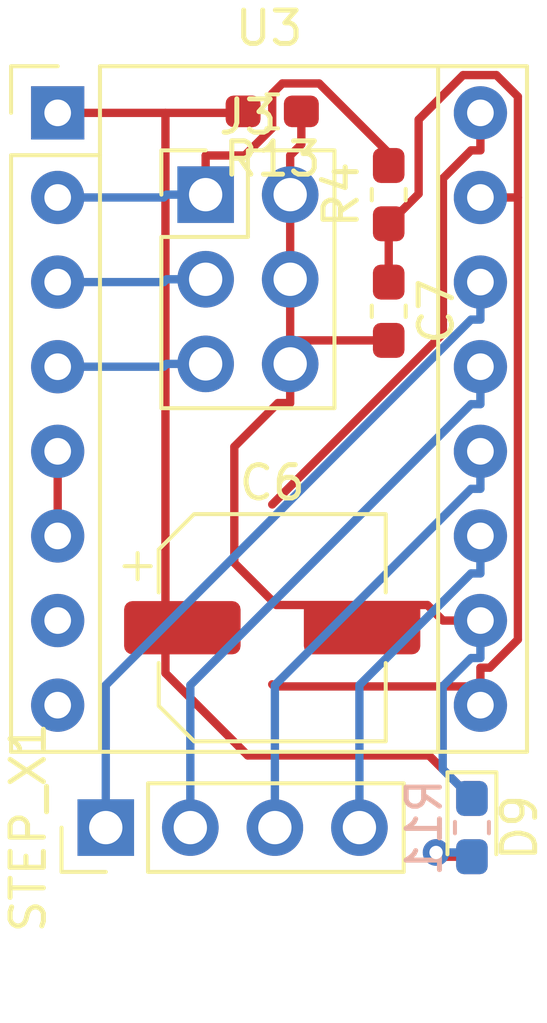
<source format=kicad_pcb>
(kicad_pcb (version 20171130) (host pcbnew 5.0.2-bee76a0~70~ubuntu18.04.1)

  (general
    (thickness 1.6)
    (drawings 0)
    (tracks 86)
    (zones 0)
    (modules 9)
    (nets 16)
  )

  (page A4)
  (layers
    (0 F.Cu signal)
    (31 B.Cu signal)
    (32 B.Adhes user)
    (33 F.Adhes user)
    (34 B.Paste user)
    (35 F.Paste user)
    (36 B.SilkS user)
    (37 F.SilkS user)
    (38 B.Mask user)
    (39 F.Mask user)
    (40 Dwgs.User user)
    (41 Cmts.User user)
    (42 Eco1.User user)
    (43 Eco2.User user)
    (44 Edge.Cuts user)
    (45 Margin user)
    (46 B.CrtYd user)
    (47 F.CrtYd user)
    (48 B.Fab user)
    (49 F.Fab user)
  )

  (setup
    (last_trace_width 0.25)
    (trace_clearance 0.2)
    (zone_clearance 0.508)
    (zone_45_only no)
    (trace_min 0.2)
    (segment_width 0.2)
    (edge_width 0.1)
    (via_size 0.8)
    (via_drill 0.4)
    (via_min_size 0.4)
    (via_min_drill 0.3)
    (uvia_size 0.3)
    (uvia_drill 0.1)
    (uvias_allowed no)
    (uvia_min_size 0.2)
    (uvia_min_drill 0.1)
    (pcb_text_width 0.3)
    (pcb_text_size 1.5 1.5)
    (mod_edge_width 0.15)
    (mod_text_size 1 1)
    (mod_text_width 0.15)
    (pad_size 1.5 1.5)
    (pad_drill 0.6)
    (pad_to_mask_clearance 0)
    (solder_mask_min_width 0.25)
    (aux_axis_origin 0 0)
    (visible_elements FFFFEF7F)
    (pcbplotparams
      (layerselection 0x010fc_ffffffff)
      (usegerberextensions false)
      (usegerberattributes false)
      (usegerberadvancedattributes false)
      (creategerberjobfile false)
      (excludeedgelayer true)
      (linewidth 0.100000)
      (plotframeref false)
      (viasonmask false)
      (mode 1)
      (useauxorigin false)
      (hpglpennumber 1)
      (hpglpenspeed 20)
      (hpglpendiameter 15.000000)
      (psnegative false)
      (psa4output false)
      (plotreference true)
      (plotvalue true)
      (plotinvisibletext false)
      (padsonsilk false)
      (subtractmaskfromsilk false)
      (outputformat 1)
      (mirror false)
      (drillshape 1)
      (scaleselection 1)
      (outputdirectory ""))
  )

  (net 0 "")
  (net 1 GND)
  (net 2 "Net-(J3-Pad1)")
  (net 3 "Net-(J3-Pad3)")
  (net 4 "Net-(J3-Pad5)")
  (net 5 "Net-(U3-Pad5)")
  (net 6 +12V)
  (net 7 +3V3_STM32)
  (net 8 "Net-(D9-Pad2)")
  (net 9 /~X_EN~)
  (net 10 /X_STEP)
  (net 11 /X_DIR)
  (net 12 "Net-(STEP_X1-Pad4)")
  (net 13 "Net-(STEP_X1-Pad3)")
  (net 14 "Net-(STEP_X1-Pad2)")
  (net 15 "Net-(STEP_X1-Pad1)")

  (net_class Default "This is the default net class."
    (clearance 0.2)
    (trace_width 0.25)
    (via_dia 0.8)
    (via_drill 0.4)
    (uvia_dia 0.3)
    (uvia_drill 0.1)
    (add_net +12V)
    (add_net +3V3_STM32)
    (add_net /X_DIR)
    (add_net /X_STEP)
    (add_net /~X_EN~)
    (add_net GND)
    (add_net "Net-(D9-Pad2)")
    (add_net "Net-(J3-Pad1)")
    (add_net "Net-(J3-Pad3)")
    (add_net "Net-(J3-Pad5)")
    (add_net "Net-(STEP_X1-Pad1)")
    (add_net "Net-(STEP_X1-Pad2)")
    (add_net "Net-(STEP_X1-Pad3)")
    (add_net "Net-(STEP_X1-Pad4)")
    (add_net "Net-(U3-Pad5)")
  )

  (module Connector_PinHeader_2.54mm:PinHeader_1x04_P2.54mm_Vertical (layer F.Cu) (tedit 59FED5CC) (tstamp 5CC5477B)
    (at 78 68 90)
    (descr "Through hole straight pin header, 1x04, 2.54mm pitch, single row")
    (tags "Through hole pin header THT 1x04 2.54mm single row")
    (path /5CC04D01)
    (fp_text reference STEP_X1 (at 0 -2.33 90) (layer F.SilkS)
      (effects (font (size 1 1) (thickness 0.15)))
    )
    (fp_text value X (at 0 9.95 90) (layer F.Fab)
      (effects (font (size 1 1) (thickness 0.15)))
    )
    (fp_line (start -0.635 -1.27) (end 1.27 -1.27) (layer F.Fab) (width 0.1))
    (fp_line (start 1.27 -1.27) (end 1.27 8.89) (layer F.Fab) (width 0.1))
    (fp_line (start 1.27 8.89) (end -1.27 8.89) (layer F.Fab) (width 0.1))
    (fp_line (start -1.27 8.89) (end -1.27 -0.635) (layer F.Fab) (width 0.1))
    (fp_line (start -1.27 -0.635) (end -0.635 -1.27) (layer F.Fab) (width 0.1))
    (fp_line (start -1.33 8.95) (end 1.33 8.95) (layer F.SilkS) (width 0.12))
    (fp_line (start -1.33 1.27) (end -1.33 8.95) (layer F.SilkS) (width 0.12))
    (fp_line (start 1.33 1.27) (end 1.33 8.95) (layer F.SilkS) (width 0.12))
    (fp_line (start -1.33 1.27) (end 1.33 1.27) (layer F.SilkS) (width 0.12))
    (fp_line (start -1.33 0) (end -1.33 -1.33) (layer F.SilkS) (width 0.12))
    (fp_line (start -1.33 -1.33) (end 0 -1.33) (layer F.SilkS) (width 0.12))
    (fp_line (start -1.8 -1.8) (end -1.8 9.4) (layer F.CrtYd) (width 0.05))
    (fp_line (start -1.8 9.4) (end 1.8 9.4) (layer F.CrtYd) (width 0.05))
    (fp_line (start 1.8 9.4) (end 1.8 -1.8) (layer F.CrtYd) (width 0.05))
    (fp_line (start 1.8 -1.8) (end -1.8 -1.8) (layer F.CrtYd) (width 0.05))
    (fp_text user %R (at 0 3.81 180) (layer F.Fab)
      (effects (font (size 1 1) (thickness 0.15)))
    )
    (pad 1 thru_hole rect (at 0 0 90) (size 1.7 1.7) (drill 1) (layers *.Cu *.Mask)
      (net 15 "Net-(STEP_X1-Pad1)"))
    (pad 2 thru_hole oval (at 0 2.54 90) (size 1.7 1.7) (drill 1) (layers *.Cu *.Mask)
      (net 14 "Net-(STEP_X1-Pad2)"))
    (pad 3 thru_hole oval (at 0 5.08 90) (size 1.7 1.7) (drill 1) (layers *.Cu *.Mask)
      (net 13 "Net-(STEP_X1-Pad3)"))
    (pad 4 thru_hole oval (at 0 7.62 90) (size 1.7 1.7) (drill 1) (layers *.Cu *.Mask)
      (net 12 "Net-(STEP_X1-Pad4)"))
    (model ${KISYS3DMOD}/Connector_PinHeader_2.54mm.3dshapes/PinHeader_1x04_P2.54mm_Vertical.wrl
      (at (xyz 0 0 0))
      (scale (xyz 1 1 1))
      (rotate (xyz 0 0 0))
    )
  )

  (module Capacitor_SMD:C_0603_1608Metric_Pad1.05x0.95mm_HandSolder (layer F.Cu) (tedit 5B301BBE) (tstamp 5CC4A9F1)
    (at 86.5 52.5 270)
    (descr "Capacitor SMD 0603 (1608 Metric), square (rectangular) end terminal, IPC_7351 nominal with elongated pad for handsoldering. (Body size source: http://www.tortai-tech.com/upload/download/2011102023233369053.pdf), generated with kicad-footprint-generator")
    (tags "capacitor handsolder")
    (path /5CC40BEE)
    (attr smd)
    (fp_text reference C7 (at 0 -1.43 270) (layer F.SilkS)
      (effects (font (size 1 1) (thickness 0.15)))
    )
    (fp_text value C104,0603 (at 0 1.43 270) (layer F.Fab)
      (effects (font (size 1 1) (thickness 0.15)))
    )
    (fp_line (start -0.8 0.4) (end -0.8 -0.4) (layer F.Fab) (width 0.1))
    (fp_line (start -0.8 -0.4) (end 0.8 -0.4) (layer F.Fab) (width 0.1))
    (fp_line (start 0.8 -0.4) (end 0.8 0.4) (layer F.Fab) (width 0.1))
    (fp_line (start 0.8 0.4) (end -0.8 0.4) (layer F.Fab) (width 0.1))
    (fp_line (start -0.171267 -0.51) (end 0.171267 -0.51) (layer F.SilkS) (width 0.12))
    (fp_line (start -0.171267 0.51) (end 0.171267 0.51) (layer F.SilkS) (width 0.12))
    (fp_line (start -1.65 0.73) (end -1.65 -0.73) (layer F.CrtYd) (width 0.05))
    (fp_line (start -1.65 -0.73) (end 1.65 -0.73) (layer F.CrtYd) (width 0.05))
    (fp_line (start 1.65 -0.73) (end 1.65 0.73) (layer F.CrtYd) (width 0.05))
    (fp_line (start 1.65 0.73) (end -1.65 0.73) (layer F.CrtYd) (width 0.05))
    (fp_text user %R (at 0 0 270) (layer F.Fab)
      (effects (font (size 0.4 0.4) (thickness 0.06)))
    )
    (pad 1 smd roundrect (at -0.875 0 270) (size 1.05 0.95) (layers F.Cu F.Paste F.Mask) (roundrect_rratio 0.25)
      (net 1 GND))
    (pad 2 smd roundrect (at 0.875 0 270) (size 1.05 0.95) (layers F.Cu F.Paste F.Mask) (roundrect_rratio 0.25)
      (net 7 +3V3_STM32))
    (model ${KISYS3DMOD}/Capacitor_SMD.3dshapes/C_0603_1608Metric.wrl
      (at (xyz 0 0 0))
      (scale (xyz 1 1 1))
      (rotate (xyz 0 0 0))
    )
  )

  (module LED_SMD:LED_0603_1608Metric_Pad1.05x0.95mm_HandSolder (layer F.Cu) (tedit 5B4B45C9) (tstamp 5CC4A9A3)
    (at 89 68 270)
    (descr "LED SMD 0603 (1608 Metric), square (rectangular) end terminal, IPC_7351 nominal, (Body size source: http://www.tortai-tech.com/upload/download/2011102023233369053.pdf), generated with kicad-footprint-generator")
    (tags "LED handsolder")
    (path /5CC5E2E3)
    (attr smd)
    (fp_text reference D9 (at 0 -1.43 270) (layer F.SilkS)
      (effects (font (size 1 1) (thickness 0.15)))
    )
    (fp_text value LED_BLUE,0603 (at 0 1.43 270) (layer F.Fab)
      (effects (font (size 1 1) (thickness 0.15)))
    )
    (fp_line (start 0.8 -0.4) (end -0.5 -0.4) (layer F.Fab) (width 0.1))
    (fp_line (start -0.5 -0.4) (end -0.8 -0.1) (layer F.Fab) (width 0.1))
    (fp_line (start -0.8 -0.1) (end -0.8 0.4) (layer F.Fab) (width 0.1))
    (fp_line (start -0.8 0.4) (end 0.8 0.4) (layer F.Fab) (width 0.1))
    (fp_line (start 0.8 0.4) (end 0.8 -0.4) (layer F.Fab) (width 0.1))
    (fp_line (start 0.8 -0.735) (end -1.66 -0.735) (layer F.SilkS) (width 0.12))
    (fp_line (start -1.66 -0.735) (end -1.66 0.735) (layer F.SilkS) (width 0.12))
    (fp_line (start -1.66 0.735) (end 0.8 0.735) (layer F.SilkS) (width 0.12))
    (fp_line (start -1.65 0.73) (end -1.65 -0.73) (layer F.CrtYd) (width 0.05))
    (fp_line (start -1.65 -0.73) (end 1.65 -0.73) (layer F.CrtYd) (width 0.05))
    (fp_line (start 1.65 -0.73) (end 1.65 0.73) (layer F.CrtYd) (width 0.05))
    (fp_line (start 1.65 0.73) (end -1.65 0.73) (layer F.CrtYd) (width 0.05))
    (fp_text user %R (at 0 0 270) (layer F.Fab)
      (effects (font (size 0.4 0.4) (thickness 0.06)))
    )
    (pad 1 smd roundrect (at -0.875 0 270) (size 1.05 0.95) (layers F.Cu F.Paste F.Mask) (roundrect_rratio 0.25)
      (net 9 /~X_EN~))
    (pad 2 smd roundrect (at 0.875 0 270) (size 1.05 0.95) (layers F.Cu F.Paste F.Mask) (roundrect_rratio 0.25)
      (net 8 "Net-(D9-Pad2)"))
    (model ${KISYS3DMOD}/LED_SMD.3dshapes/LED_0603_1608Metric.wrl
      (at (xyz 0 0 0))
      (scale (xyz 1 1 1))
      (rotate (xyz 0 0 0))
    )
  )

  (module Resistor_SMD:R_0603_1608Metric_Pad1.05x0.95mm_HandSolder (layer F.Cu) (tedit 5B301BBD) (tstamp 5CC4A942)
    (at 83 46.5 180)
    (descr "Resistor SMD 0603 (1608 Metric), square (rectangular) end terminal, IPC_7351 nominal with elongated pad for handsoldering. (Body size source: http://www.tortai-tech.com/upload/download/2011102023233369053.pdf), generated with kicad-footprint-generator")
    (tags "resistor handsolder")
    (path /5CC5E2CE)
    (attr smd)
    (fp_text reference R13 (at 0 -1.43 180) (layer F.SilkS)
      (effects (font (size 1 1) (thickness 0.15)))
    )
    (fp_text value R103,0603 (at 0 1.43 180) (layer F.Fab)
      (effects (font (size 1 1) (thickness 0.15)))
    )
    (fp_text user %R (at 0 0 180) (layer F.Fab)
      (effects (font (size 0.4 0.4) (thickness 0.06)))
    )
    (fp_line (start 1.65 0.73) (end -1.65 0.73) (layer F.CrtYd) (width 0.05))
    (fp_line (start 1.65 -0.73) (end 1.65 0.73) (layer F.CrtYd) (width 0.05))
    (fp_line (start -1.65 -0.73) (end 1.65 -0.73) (layer F.CrtYd) (width 0.05))
    (fp_line (start -1.65 0.73) (end -1.65 -0.73) (layer F.CrtYd) (width 0.05))
    (fp_line (start -0.171267 0.51) (end 0.171267 0.51) (layer F.SilkS) (width 0.12))
    (fp_line (start -0.171267 -0.51) (end 0.171267 -0.51) (layer F.SilkS) (width 0.12))
    (fp_line (start 0.8 0.4) (end -0.8 0.4) (layer F.Fab) (width 0.1))
    (fp_line (start 0.8 -0.4) (end 0.8 0.4) (layer F.Fab) (width 0.1))
    (fp_line (start -0.8 -0.4) (end 0.8 -0.4) (layer F.Fab) (width 0.1))
    (fp_line (start -0.8 0.4) (end -0.8 -0.4) (layer F.Fab) (width 0.1))
    (pad 2 smd roundrect (at 0.875 0 180) (size 1.05 0.95) (layers F.Cu F.Paste F.Mask) (roundrect_rratio 0.25)
      (net 9 /~X_EN~))
    (pad 1 smd roundrect (at -0.875 0 180) (size 1.05 0.95) (layers F.Cu F.Paste F.Mask) (roundrect_rratio 0.25)
      (net 7 +3V3_STM32))
    (model ${KISYS3DMOD}/Resistor_SMD.3dshapes/R_0603_1608Metric.wrl
      (at (xyz 0 0 0))
      (scale (xyz 1 1 1))
      (rotate (xyz 0 0 0))
    )
  )

  (module Resistor_SMD:R_0603_1608Metric_Pad1.05x0.95mm_HandSolder (layer B.Cu) (tedit 5B301BBD) (tstamp 5CC4A931)
    (at 89 68 270)
    (descr "Resistor SMD 0603 (1608 Metric), square (rectangular) end terminal, IPC_7351 nominal with elongated pad for handsoldering. (Body size source: http://www.tortai-tech.com/upload/download/2011102023233369053.pdf), generated with kicad-footprint-generator")
    (tags "resistor handsolder")
    (path /5CC5E2DC)
    (attr smd)
    (fp_text reference R11 (at 0 1.43 270) (layer B.SilkS)
      (effects (font (size 1 1) (thickness 0.15)) (justify mirror))
    )
    (fp_text value R102,0603 (at 0 -1.43 270) (layer B.Fab)
      (effects (font (size 1 1) (thickness 0.15)) (justify mirror))
    )
    (fp_line (start -0.8 -0.4) (end -0.8 0.4) (layer B.Fab) (width 0.1))
    (fp_line (start -0.8 0.4) (end 0.8 0.4) (layer B.Fab) (width 0.1))
    (fp_line (start 0.8 0.4) (end 0.8 -0.4) (layer B.Fab) (width 0.1))
    (fp_line (start 0.8 -0.4) (end -0.8 -0.4) (layer B.Fab) (width 0.1))
    (fp_line (start -0.171267 0.51) (end 0.171267 0.51) (layer B.SilkS) (width 0.12))
    (fp_line (start -0.171267 -0.51) (end 0.171267 -0.51) (layer B.SilkS) (width 0.12))
    (fp_line (start -1.65 -0.73) (end -1.65 0.73) (layer B.CrtYd) (width 0.05))
    (fp_line (start -1.65 0.73) (end 1.65 0.73) (layer B.CrtYd) (width 0.05))
    (fp_line (start 1.65 0.73) (end 1.65 -0.73) (layer B.CrtYd) (width 0.05))
    (fp_line (start 1.65 -0.73) (end -1.65 -0.73) (layer B.CrtYd) (width 0.05))
    (fp_text user %R (at 0 0 270) (layer B.Fab)
      (effects (font (size 0.4 0.4) (thickness 0.06)) (justify mirror))
    )
    (pad 1 smd roundrect (at -0.875 0 270) (size 1.05 0.95) (layers B.Cu B.Paste B.Mask) (roundrect_rratio 0.25)
      (net 7 +3V3_STM32))
    (pad 2 smd roundrect (at 0.875 0 270) (size 1.05 0.95) (layers B.Cu B.Paste B.Mask) (roundrect_rratio 0.25)
      (net 8 "Net-(D9-Pad2)"))
    (model ${KISYS3DMOD}/Resistor_SMD.3dshapes/R_0603_1608Metric.wrl
      (at (xyz 0 0 0))
      (scale (xyz 1 1 1))
      (rotate (xyz 0 0 0))
    )
  )

  (module Capacitor_SMD:CP_Elec_6.3x7.7 (layer F.Cu) (tedit 5BCA39D0) (tstamp 5CC1CD76)
    (at 83 62)
    (descr "SMD capacitor, aluminum electrolytic, Nichicon, 6.3x7.7mm")
    (tags "capacitor electrolytic")
    (path /5CC04D39)
    (attr smd)
    (fp_text reference C6 (at 0 -4.35) (layer F.SilkS)
      (effects (font (size 1 1) (thickness 0.15)))
    )
    (fp_text value CP100uf,25V (at 0 4.35) (layer F.Fab)
      (effects (font (size 1 1) (thickness 0.15)))
    )
    (fp_circle (center 0 0) (end 3.15 0) (layer F.Fab) (width 0.1))
    (fp_line (start 3.3 -3.3) (end 3.3 3.3) (layer F.Fab) (width 0.1))
    (fp_line (start -2.3 -3.3) (end 3.3 -3.3) (layer F.Fab) (width 0.1))
    (fp_line (start -2.3 3.3) (end 3.3 3.3) (layer F.Fab) (width 0.1))
    (fp_line (start -3.3 -2.3) (end -3.3 2.3) (layer F.Fab) (width 0.1))
    (fp_line (start -3.3 -2.3) (end -2.3 -3.3) (layer F.Fab) (width 0.1))
    (fp_line (start -3.3 2.3) (end -2.3 3.3) (layer F.Fab) (width 0.1))
    (fp_line (start -2.704838 -1.33) (end -2.074838 -1.33) (layer F.Fab) (width 0.1))
    (fp_line (start -2.389838 -1.645) (end -2.389838 -1.015) (layer F.Fab) (width 0.1))
    (fp_line (start 3.41 3.41) (end 3.41 1.06) (layer F.SilkS) (width 0.12))
    (fp_line (start 3.41 -3.41) (end 3.41 -1.06) (layer F.SilkS) (width 0.12))
    (fp_line (start -2.345563 -3.41) (end 3.41 -3.41) (layer F.SilkS) (width 0.12))
    (fp_line (start -2.345563 3.41) (end 3.41 3.41) (layer F.SilkS) (width 0.12))
    (fp_line (start -3.41 2.345563) (end -3.41 1.06) (layer F.SilkS) (width 0.12))
    (fp_line (start -3.41 -2.345563) (end -3.41 -1.06) (layer F.SilkS) (width 0.12))
    (fp_line (start -3.41 -2.345563) (end -2.345563 -3.41) (layer F.SilkS) (width 0.12))
    (fp_line (start -3.41 2.345563) (end -2.345563 3.41) (layer F.SilkS) (width 0.12))
    (fp_line (start -4.4375 -1.8475) (end -3.65 -1.8475) (layer F.SilkS) (width 0.12))
    (fp_line (start -4.04375 -2.24125) (end -4.04375 -1.45375) (layer F.SilkS) (width 0.12))
    (fp_line (start 3.55 -3.55) (end 3.55 -1.05) (layer F.CrtYd) (width 0.05))
    (fp_line (start 3.55 -1.05) (end 4.7 -1.05) (layer F.CrtYd) (width 0.05))
    (fp_line (start 4.7 -1.05) (end 4.7 1.05) (layer F.CrtYd) (width 0.05))
    (fp_line (start 4.7 1.05) (end 3.55 1.05) (layer F.CrtYd) (width 0.05))
    (fp_line (start 3.55 1.05) (end 3.55 3.55) (layer F.CrtYd) (width 0.05))
    (fp_line (start -2.4 3.55) (end 3.55 3.55) (layer F.CrtYd) (width 0.05))
    (fp_line (start -2.4 -3.55) (end 3.55 -3.55) (layer F.CrtYd) (width 0.05))
    (fp_line (start -3.55 2.4) (end -2.4 3.55) (layer F.CrtYd) (width 0.05))
    (fp_line (start -3.55 -2.4) (end -2.4 -3.55) (layer F.CrtYd) (width 0.05))
    (fp_line (start -3.55 -2.4) (end -3.55 -1.05) (layer F.CrtYd) (width 0.05))
    (fp_line (start -3.55 1.05) (end -3.55 2.4) (layer F.CrtYd) (width 0.05))
    (fp_line (start -3.55 -1.05) (end -4.7 -1.05) (layer F.CrtYd) (width 0.05))
    (fp_line (start -4.7 -1.05) (end -4.7 1.05) (layer F.CrtYd) (width 0.05))
    (fp_line (start -4.7 1.05) (end -3.55 1.05) (layer F.CrtYd) (width 0.05))
    (fp_text user %R (at 0 0) (layer F.Fab)
      (effects (font (size 1 1) (thickness 0.15)))
    )
    (pad 1 smd roundrect (at -2.7 0) (size 3.5 1.6) (layers F.Cu F.Paste F.Mask) (roundrect_rratio 0.15625)
      (net 6 +12V))
    (pad 2 smd roundrect (at 2.7 0) (size 3.5 1.6) (layers F.Cu F.Paste F.Mask) (roundrect_rratio 0.15625)
      (net 1 GND))
    (model ${KISYS3DMOD}/Capacitor_SMD.3dshapes/CP_Elec_6.3x7.7.wrl
      (at (xyz 0 0 0))
      (scale (xyz 1 1 1))
      (rotate (xyz 0 0 0))
    )
  )

  (module Connector_PinHeader_2.54mm:PinHeader_2x03_P2.54mm_Vertical (layer F.Cu) (tedit 59FED5CC) (tstamp 5CC56029)
    (at 81 49)
    (descr "Through hole straight pin header, 2x03, 2.54mm pitch, double rows")
    (tags "Through hole pin header THT 2x03 2.54mm double row")
    (path /5CC04CD8)
    (fp_text reference J3 (at 1.27 -2.33) (layer F.SilkS)
      (effects (font (size 1 1) (thickness 0.15)))
    )
    (fp_text value MS_SELECT (at 1.27 7.41) (layer F.Fab)
      (effects (font (size 1 1) (thickness 0.15)))
    )
    (fp_line (start 0 -1.27) (end 3.81 -1.27) (layer F.Fab) (width 0.1))
    (fp_line (start 3.81 -1.27) (end 3.81 6.35) (layer F.Fab) (width 0.1))
    (fp_line (start 3.81 6.35) (end -1.27 6.35) (layer F.Fab) (width 0.1))
    (fp_line (start -1.27 6.35) (end -1.27 0) (layer F.Fab) (width 0.1))
    (fp_line (start -1.27 0) (end 0 -1.27) (layer F.Fab) (width 0.1))
    (fp_line (start -1.33 6.41) (end 3.87 6.41) (layer F.SilkS) (width 0.12))
    (fp_line (start -1.33 1.27) (end -1.33 6.41) (layer F.SilkS) (width 0.12))
    (fp_line (start 3.87 -1.33) (end 3.87 6.41) (layer F.SilkS) (width 0.12))
    (fp_line (start -1.33 1.27) (end 1.27 1.27) (layer F.SilkS) (width 0.12))
    (fp_line (start 1.27 1.27) (end 1.27 -1.33) (layer F.SilkS) (width 0.12))
    (fp_line (start 1.27 -1.33) (end 3.87 -1.33) (layer F.SilkS) (width 0.12))
    (fp_line (start -1.33 0) (end -1.33 -1.33) (layer F.SilkS) (width 0.12))
    (fp_line (start -1.33 -1.33) (end 0 -1.33) (layer F.SilkS) (width 0.12))
    (fp_line (start -1.8 -1.8) (end -1.8 6.85) (layer F.CrtYd) (width 0.05))
    (fp_line (start -1.8 6.85) (end 4.35 6.85) (layer F.CrtYd) (width 0.05))
    (fp_line (start 4.35 6.85) (end 4.35 -1.8) (layer F.CrtYd) (width 0.05))
    (fp_line (start 4.35 -1.8) (end -1.8 -1.8) (layer F.CrtYd) (width 0.05))
    (fp_text user %R (at 1.27 2.54 90) (layer F.Fab)
      (effects (font (size 1 1) (thickness 0.15)))
    )
    (pad 1 thru_hole rect (at 0 0) (size 1.7 1.7) (drill 1) (layers *.Cu *.Mask)
      (net 2 "Net-(J3-Pad1)"))
    (pad 2 thru_hole oval (at 2.54 0) (size 1.7 1.7) (drill 1) (layers *.Cu *.Mask)
      (net 7 +3V3_STM32))
    (pad 3 thru_hole oval (at 0 2.54) (size 1.7 1.7) (drill 1) (layers *.Cu *.Mask)
      (net 3 "Net-(J3-Pad3)"))
    (pad 4 thru_hole oval (at 2.54 2.54) (size 1.7 1.7) (drill 1) (layers *.Cu *.Mask)
      (net 7 +3V3_STM32))
    (pad 5 thru_hole oval (at 0 5.08) (size 1.7 1.7) (drill 1) (layers *.Cu *.Mask)
      (net 4 "Net-(J3-Pad5)"))
    (pad 6 thru_hole oval (at 2.54 5.08) (size 1.7 1.7) (drill 1) (layers *.Cu *.Mask)
      (net 7 +3V3_STM32))
    (model ${KISYS3DMOD}/Connector_PinHeader_2.54mm.3dshapes/PinHeader_2x03_P2.54mm_Vertical.wrl
      (at (xyz 0 0 0))
      (scale (xyz 1 1 1))
      (rotate (xyz 0 0 0))
    )
  )

  (module Module:Pololu_Breakout-16_15.2x20.3mm (layer F.Cu) (tedit 58AB602C) (tstamp 5CC1CD1A)
    (at 76.555 46.545)
    (descr "Pololu Breakout 16-pin 15.2x20.3mm 0.6x0.8\\")
    (tags "Pololu Breakout")
    (path /5CC04CC1)
    (fp_text reference U3 (at 6.35 -2.54) (layer F.SilkS)
      (effects (font (size 1 1) (thickness 0.15)))
    )
    (fp_text value A4988_MODULE (at 6.35 20.17) (layer F.Fab)
      (effects (font (size 1 1) (thickness 0.15)))
    )
    (fp_text user %R (at 6.35 0) (layer F.Fab)
      (effects (font (size 1 1) (thickness 0.15)))
    )
    (fp_line (start 11.43 -1.4) (end 11.43 19.18) (layer F.SilkS) (width 0.12))
    (fp_line (start 1.27 1.27) (end 1.27 19.18) (layer F.SilkS) (width 0.12))
    (fp_line (start 0 -1.4) (end -1.4 -1.4) (layer F.SilkS) (width 0.12))
    (fp_line (start -1.4 -1.4) (end -1.4 0) (layer F.SilkS) (width 0.12))
    (fp_line (start 1.27 -1.4) (end 1.27 1.27) (layer F.SilkS) (width 0.12))
    (fp_line (start 1.27 1.27) (end -1.4 1.27) (layer F.SilkS) (width 0.12))
    (fp_line (start -1.4 1.27) (end -1.4 19.18) (layer F.SilkS) (width 0.12))
    (fp_line (start -1.4 19.18) (end 14.1 19.18) (layer F.SilkS) (width 0.12))
    (fp_line (start 14.1 19.18) (end 14.1 -1.4) (layer F.SilkS) (width 0.12))
    (fp_line (start 14.1 -1.4) (end 1.27 -1.4) (layer F.SilkS) (width 0.12))
    (fp_line (start -1.27 0) (end 0 -1.27) (layer F.Fab) (width 0.1))
    (fp_line (start 0 -1.27) (end 13.97 -1.27) (layer F.Fab) (width 0.1))
    (fp_line (start 13.97 -1.27) (end 13.97 19.05) (layer F.Fab) (width 0.1))
    (fp_line (start 13.97 19.05) (end -1.27 19.05) (layer F.Fab) (width 0.1))
    (fp_line (start -1.27 19.05) (end -1.27 0) (layer F.Fab) (width 0.1))
    (fp_line (start -1.53 -1.52) (end 14.21 -1.52) (layer F.CrtYd) (width 0.05))
    (fp_line (start -1.53 -1.52) (end -1.53 19.3) (layer F.CrtYd) (width 0.05))
    (fp_line (start 14.21 19.3) (end 14.21 -1.52) (layer F.CrtYd) (width 0.05))
    (fp_line (start 14.21 19.3) (end -1.53 19.3) (layer F.CrtYd) (width 0.05))
    (pad 1 thru_hole rect (at 0 0) (size 1.6 1.6) (drill 0.8) (layers *.Cu *.Mask)
      (net 9 /~X_EN~))
    (pad 9 thru_hole oval (at 12.7 17.78) (size 1.6 1.6) (drill 0.8) (layers *.Cu *.Mask)
      (net 1 GND))
    (pad 2 thru_hole oval (at 0 2.54) (size 1.6 1.6) (drill 0.8) (layers *.Cu *.Mask)
      (net 2 "Net-(J3-Pad1)"))
    (pad 10 thru_hole oval (at 12.7 15.24) (size 1.6 1.6) (drill 0.8) (layers *.Cu *.Mask)
      (net 7 +3V3_STM32))
    (pad 3 thru_hole oval (at 0 5.08) (size 1.6 1.6) (drill 0.8) (layers *.Cu *.Mask)
      (net 3 "Net-(J3-Pad3)"))
    (pad 11 thru_hole oval (at 12.7 12.7) (size 1.6 1.6) (drill 0.8) (layers *.Cu *.Mask)
      (net 12 "Net-(STEP_X1-Pad4)"))
    (pad 4 thru_hole oval (at 0 7.62) (size 1.6 1.6) (drill 0.8) (layers *.Cu *.Mask)
      (net 4 "Net-(J3-Pad5)"))
    (pad 12 thru_hole oval (at 12.7 10.16) (size 1.6 1.6) (drill 0.8) (layers *.Cu *.Mask)
      (net 13 "Net-(STEP_X1-Pad3)"))
    (pad 5 thru_hole oval (at 0 10.16) (size 1.6 1.6) (drill 0.8) (layers *.Cu *.Mask)
      (net 5 "Net-(U3-Pad5)"))
    (pad 13 thru_hole oval (at 12.7 7.62) (size 1.6 1.6) (drill 0.8) (layers *.Cu *.Mask)
      (net 14 "Net-(STEP_X1-Pad2)"))
    (pad 6 thru_hole oval (at 0 12.7) (size 1.6 1.6) (drill 0.8) (layers *.Cu *.Mask)
      (net 5 "Net-(U3-Pad5)"))
    (pad 14 thru_hole oval (at 12.7 5.08) (size 1.6 1.6) (drill 0.8) (layers *.Cu *.Mask)
      (net 15 "Net-(STEP_X1-Pad1)"))
    (pad 7 thru_hole oval (at 0 15.24) (size 1.6 1.6) (drill 0.8) (layers *.Cu *.Mask)
      (net 10 /X_STEP))
    (pad 15 thru_hole oval (at 12.7 2.54) (size 1.6 1.6) (drill 0.8) (layers *.Cu *.Mask)
      (net 1 GND))
    (pad 8 thru_hole oval (at 0 17.78) (size 1.6 1.6) (drill 0.8) (layers *.Cu *.Mask)
      (net 11 /X_DIR))
    (pad 16 thru_hole oval (at 12.7 0) (size 1.6 1.6) (drill 0.8) (layers *.Cu *.Mask)
      (net 6 +12V))
    (model ${KISYS3DMOD}/Module.3dshapes/Pololu_Breakout-16_15.2x20.3mm.wrl
      (at (xyz 0 0 0))
      (scale (xyz 1 1 1))
      (rotate (xyz 0 0 0))
    )
  )

  (module Resistor_SMD:R_0603_1608Metric_Pad1.05x0.95mm_HandSolder (layer F.Cu) (tedit 5B301BBD) (tstamp 5CC1CCE1)
    (at 86.5 49 90)
    (descr "Resistor SMD 0603 (1608 Metric), square (rectangular) end terminal, IPC_7351 nominal with elongated pad for handsoldering. (Body size source: http://www.tortai-tech.com/upload/download/2011102023233369053.pdf), generated with kicad-footprint-generator")
    (tags "resistor handsolder")
    (path /5CC02DA4)
    (attr smd)
    (fp_text reference R4 (at 0 -1.43 90) (layer F.SilkS)
      (effects (font (size 1 1) (thickness 0.15)))
    )
    (fp_text value R104,0603 (at 0 1.43 90) (layer F.Fab)
      (effects (font (size 1 1) (thickness 0.15)))
    )
    (fp_line (start -0.8 0.4) (end -0.8 -0.4) (layer F.Fab) (width 0.1))
    (fp_line (start -0.8 -0.4) (end 0.8 -0.4) (layer F.Fab) (width 0.1))
    (fp_line (start 0.8 -0.4) (end 0.8 0.4) (layer F.Fab) (width 0.1))
    (fp_line (start 0.8 0.4) (end -0.8 0.4) (layer F.Fab) (width 0.1))
    (fp_line (start -0.171267 -0.51) (end 0.171267 -0.51) (layer F.SilkS) (width 0.12))
    (fp_line (start -0.171267 0.51) (end 0.171267 0.51) (layer F.SilkS) (width 0.12))
    (fp_line (start -1.65 0.73) (end -1.65 -0.73) (layer F.CrtYd) (width 0.05))
    (fp_line (start -1.65 -0.73) (end 1.65 -0.73) (layer F.CrtYd) (width 0.05))
    (fp_line (start 1.65 -0.73) (end 1.65 0.73) (layer F.CrtYd) (width 0.05))
    (fp_line (start 1.65 0.73) (end -1.65 0.73) (layer F.CrtYd) (width 0.05))
    (fp_text user %R (at 0 0 90) (layer F.Fab)
      (effects (font (size 0.4 0.4) (thickness 0.06)))
    )
    (pad 1 smd roundrect (at -0.875 0 90) (size 1.05 0.95) (layers F.Cu F.Paste F.Mask) (roundrect_rratio 0.25)
      (net 1 GND))
    (pad 2 smd roundrect (at 0.875 0 90) (size 1.05 0.95) (layers F.Cu F.Paste F.Mask) (roundrect_rratio 0.25)
      (net 2 "Net-(J3-Pad1)"))
    (model ${KISYS3DMOD}/Resistor_SMD.3dshapes/R_0603_1608Metric.wrl
      (at (xyz 0 0 0))
      (scale (xyz 1 1 1))
      (rotate (xyz 0 0 0))
    )
  )

  (segment (start 90.3803 49.085) (end 90.3803 46.0557) (width 0.25) (layer F.Cu) (net 1))
  (segment (start 90.3803 46.0557) (end 89.7355 45.4109) (width 0.25) (layer F.Cu) (net 1))
  (segment (start 89.7355 45.4109) (end 88.7346 45.4109) (width 0.25) (layer F.Cu) (net 1))
  (segment (start 88.7346 45.4109) (end 87.3987 46.7468) (width 0.25) (layer F.Cu) (net 1))
  (segment (start 87.3987 46.7468) (end 87.3987 48.9763) (width 0.25) (layer F.Cu) (net 1))
  (segment (start 87.3987 48.9763) (end 86.5 49.875) (width 0.25) (layer F.Cu) (net 1))
  (segment (start 89.255 49.085) (end 90.3803 49.085) (width 0.25) (layer F.Cu) (net 1))
  (segment (start 90.3803 49.085) (end 90.3803 62.3558) (width 0.25) (layer F.Cu) (net 1))
  (segment (start 90.3803 62.3558) (end 89.5364 63.1997) (width 0.25) (layer F.Cu) (net 1))
  (segment (start 89.5364 63.1997) (end 89.255 63.1997) (width 0.25) (layer F.Cu) (net 1))
  (segment (start 89.255 63.7623) (end 83.0623 63.7623) (width 0.25) (layer F.Cu) (net 1))
  (segment (start 83.0623 63.7623) (end 83 63.7) (width 0.25) (layer F.Cu) (net 1))
  (segment (start 89.255 63.7623) (end 89.255 63.1997) (width 0.25) (layer F.Cu) (net 1))
  (segment (start 89.255 64.325) (end 89.255 63.7623) (width 0.25) (layer F.Cu) (net 1))
  (segment (start 86.5 49.875) (end 86.5 51.625) (width 0.25) (layer F.Cu) (net 1))
  (segment (start 81 49) (end 81 47.8247) (width 0.25) (layer F.Cu) (net 2))
  (segment (start 81 47.8247) (end 82.1753 47.8247) (width 0.25) (layer F.Cu) (net 2))
  (segment (start 82.1753 47.8247) (end 83 47) (width 0.25) (layer F.Cu) (net 2))
  (segment (start 83 47) (end 83 45.9659) (width 0.25) (layer F.Cu) (net 2))
  (segment (start 83 45.9659) (end 83.3041 45.6618) (width 0.25) (layer F.Cu) (net 2))
  (segment (start 83.3041 45.6618) (end 84.4094 45.6618) (width 0.25) (layer F.Cu) (net 2))
  (segment (start 84.4094 45.6618) (end 86.5 47.7524) (width 0.25) (layer F.Cu) (net 2))
  (segment (start 86.5 47.7524) (end 86.5 48.125) (width 0.25) (layer F.Cu) (net 2))
  (segment (start 81 49) (end 79.8247 49) (width 0.25) (layer B.Cu) (net 2))
  (segment (start 76.555 49.085) (end 79.7397 49.085) (width 0.25) (layer B.Cu) (net 2))
  (segment (start 79.7397 49.085) (end 79.8247 49) (width 0.25) (layer B.Cu) (net 2))
  (segment (start 81 51.54) (end 79.8247 51.54) (width 0.25) (layer B.Cu) (net 3))
  (segment (start 76.555 51.625) (end 79.7397 51.625) (width 0.25) (layer B.Cu) (net 3))
  (segment (start 79.7397 51.625) (end 79.8247 51.54) (width 0.25) (layer B.Cu) (net 3))
  (segment (start 81 54.08) (end 79.8247 54.08) (width 0.25) (layer B.Cu) (net 4))
  (segment (start 76.555 54.165) (end 79.7397 54.165) (width 0.25) (layer B.Cu) (net 4))
  (segment (start 79.7397 54.165) (end 79.8247 54.08) (width 0.25) (layer B.Cu) (net 4))
  (segment (start 76.555 59.245) (end 76.555 56.705) (width 0.25) (layer F.Cu) (net 5))
  (segment (start 89.255 46.545) (end 89.255 47.6703) (width 0.25) (layer F.Cu) (net 6))
  (segment (start 89.255 47.6703) (end 88.9736 47.6703) (width 0.25) (layer F.Cu) (net 6))
  (segment (start 88.9736 47.6703) (end 88.1297 48.5142) (width 0.25) (layer F.Cu) (net 6))
  (segment (start 88.1297 48.5142) (end 88.1297 53.1703) (width 0.25) (layer F.Cu) (net 6))
  (segment (start 88.1297 53.1703) (end 83 58.3) (width 0.25) (layer F.Cu) (net 6))
  (segment (start 89.255 61.785) (end 89.255 62.9103) (width 0.25) (layer B.Cu) (net 7))
  (segment (start 89.255 62.9103) (end 88.9737 62.9103) (width 0.25) (layer B.Cu) (net 7))
  (segment (start 88.9737 62.9103) (end 88.1224 63.7616) (width 0.25) (layer B.Cu) (net 7))
  (segment (start 88.1224 63.7616) (end 88.1224 66.2474) (width 0.25) (layer B.Cu) (net 7))
  (segment (start 88.1224 66.2474) (end 89 67.125) (width 0.25) (layer B.Cu) (net 7))
  (segment (start 83.54 54.08) (end 83.54 55.2553) (width 0.25) (layer F.Cu) (net 7))
  (segment (start 89.255 61.785) (end 88.1297 61.785) (width 0.25) (layer F.Cu) (net 7))
  (segment (start 88.1297 61.785) (end 87.6632 61.3185) (width 0.25) (layer F.Cu) (net 7))
  (segment (start 87.6632 61.3185) (end 83.125 61.3185) (width 0.25) (layer F.Cu) (net 7))
  (segment (start 83.125 61.3185) (end 81.8614 60.0549) (width 0.25) (layer F.Cu) (net 7))
  (segment (start 81.8614 60.0549) (end 81.8614 56.5666) (width 0.25) (layer F.Cu) (net 7))
  (segment (start 81.8614 56.5666) (end 83.1727 55.2553) (width 0.25) (layer F.Cu) (net 7))
  (segment (start 83.1727 55.2553) (end 83.54 55.2553) (width 0.25) (layer F.Cu) (net 7))
  (segment (start 83.54 53.375) (end 83.54 51.54) (width 0.25) (layer F.Cu) (net 7))
  (segment (start 83.54 54.08) (end 83.54 53.375) (width 0.25) (layer F.Cu) (net 7))
  (segment (start 83.54 53.375) (end 86.5 53.375) (width 0.25) (layer F.Cu) (net 7))
  (segment (start 83.54 49) (end 83.54 47.8247) (width 0.25) (layer F.Cu) (net 7))
  (segment (start 83.54 47.8247) (end 83.875 47.4897) (width 0.25) (layer F.Cu) (net 7))
  (segment (start 83.875 47.4897) (end 83.875 46.5) (width 0.25) (layer F.Cu) (net 7))
  (segment (start 83.54 51.54) (end 83.54 49) (width 0.25) (layer F.Cu) (net 7))
  (segment (start 89 68.875) (end 88.0508 68.875) (width 0.25) (layer F.Cu) (net 8))
  (segment (start 88.0508 68.875) (end 87.9224 68.7466) (width 0.25) (layer F.Cu) (net 8))
  (segment (start 89 68.875) (end 88.8716 68.7466) (width 0.25) (layer B.Cu) (net 8))
  (segment (start 88.8716 68.7466) (end 87.9224 68.7466) (width 0.25) (layer B.Cu) (net 8))
  (via (at 87.9224 68.7466) (size 0.8) (layers F.Cu B.Cu) (net 8))
  (segment (start 79.7923 46.545) (end 82.08 46.545) (width 0.25) (layer F.Cu) (net 9))
  (segment (start 82.08 46.545) (end 82.125 46.5) (width 0.25) (layer F.Cu) (net 9))
  (segment (start 76.555 46.545) (end 79.7923 46.545) (width 0.25) (layer F.Cu) (net 9))
  (segment (start 79.7923 46.545) (end 79.7923 63.3626) (width 0.25) (layer F.Cu) (net 9))
  (segment (start 79.7923 63.3626) (end 82.264 65.8343) (width 0.25) (layer F.Cu) (net 9))
  (segment (start 82.264 65.8343) (end 87.7093 65.8343) (width 0.25) (layer F.Cu) (net 9))
  (segment (start 87.7093 65.8343) (end 89 67.125) (width 0.25) (layer F.Cu) (net 9))
  (segment (start 89.255 59.245) (end 89.255 60.3703) (width 0.25) (layer B.Cu) (net 12))
  (segment (start 89.255 60.3703) (end 88.9737 60.3703) (width 0.25) (layer B.Cu) (net 12))
  (segment (start 88.9737 60.3703) (end 85.62 63.724) (width 0.25) (layer B.Cu) (net 12))
  (segment (start 85.62 63.724) (end 85.62 68) (width 0.25) (layer B.Cu) (net 12))
  (segment (start 89.255 56.705) (end 89.255 57.8303) (width 0.25) (layer B.Cu) (net 13))
  (segment (start 89.255 57.8303) (end 88.9737 57.8303) (width 0.25) (layer B.Cu) (net 13))
  (segment (start 88.9737 57.8303) (end 83.08 63.724) (width 0.25) (layer B.Cu) (net 13))
  (segment (start 83.08 63.724) (end 83.08 68) (width 0.25) (layer B.Cu) (net 13))
  (segment (start 89.255 54.165) (end 89.255 55.2903) (width 0.25) (layer B.Cu) (net 14))
  (segment (start 89.255 55.2903) (end 88.9737 55.2903) (width 0.25) (layer B.Cu) (net 14))
  (segment (start 88.9737 55.2903) (end 80.54 63.724) (width 0.25) (layer B.Cu) (net 14))
  (segment (start 80.54 63.724) (end 80.54 68) (width 0.25) (layer B.Cu) (net 14))
  (segment (start 89.255 51.625) (end 89.255 52.7503) (width 0.25) (layer B.Cu) (net 15))
  (segment (start 89.255 52.7503) (end 88.9737 52.7503) (width 0.25) (layer B.Cu) (net 15))
  (segment (start 88.9737 52.7503) (end 78 63.724) (width 0.25) (layer B.Cu) (net 15))
  (segment (start 78 63.724) (end 78 68) (width 0.25) (layer B.Cu) (net 15))

)

</source>
